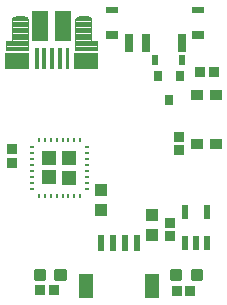
<source format=gtp>
G75*
%MOIN*%
%OFA0B0*%
%FSLAX25Y25*%
%IPPOS*%
%LPD*%
%AMOC8*
5,1,8,0,0,1.08239X$1,22.5*
%
%ADD10R,0.04724X0.07874*%
%ADD11R,0.02362X0.05315*%
%ADD12R,0.07874X0.05748*%
%ADD13R,0.05610X0.09843*%
%ADD14C,0.00400*%
%ADD15C,0.00197*%
%ADD16C,0.01181*%
%ADD17R,0.02165X0.04724*%
%ADD18R,0.03346X0.03543*%
%ADD19R,0.02756X0.05906*%
%ADD20R,0.03937X0.02362*%
%ADD21R,0.03937X0.03150*%
%ADD22R,0.03543X0.03346*%
%ADD23R,0.03937X0.04331*%
%ADD24R,0.03937X0.03543*%
%ADD25R,0.02480X0.03268*%
%ADD26R,0.03150X0.03543*%
%ADD27R,0.00984X0.01575*%
%ADD28R,0.01575X0.00984*%
%ADD29R,0.04500X0.04500*%
D10*
X0162310Y0057865D03*
X0184357Y0057865D03*
D11*
X0179239Y0072333D03*
X0175302Y0072333D03*
X0171365Y0072333D03*
X0167428Y0072333D03*
D12*
X0162251Y0132751D03*
X0139416Y0132751D03*
D13*
X0147044Y0144365D03*
X0154623Y0144365D03*
D14*
X0158690Y0144389D02*
X0164090Y0144389D01*
X0164090Y0143991D02*
X0158690Y0143991D01*
X0158690Y0143592D02*
X0164090Y0143592D01*
X0164090Y0143194D02*
X0158690Y0143194D01*
X0158690Y0142795D02*
X0164090Y0142795D01*
X0164090Y0142397D02*
X0158690Y0142397D01*
X0158690Y0141998D02*
X0164090Y0141998D01*
X0164090Y0141600D02*
X0158690Y0141600D01*
X0158690Y0141201D02*
X0164090Y0141201D01*
X0164090Y0140803D02*
X0158690Y0140803D01*
X0158690Y0140404D02*
X0164090Y0140404D01*
X0164090Y0140006D02*
X0158690Y0140006D01*
X0158690Y0139607D02*
X0164090Y0139607D01*
X0164090Y0139593D02*
X0164098Y0139555D01*
X0164119Y0139522D01*
X0164152Y0139501D01*
X0164190Y0139493D01*
X0166090Y0139493D01*
X0166090Y0136393D01*
X0158690Y0136393D01*
X0158690Y0146393D01*
X0158723Y0146682D01*
X0158819Y0146957D01*
X0158974Y0147204D01*
X0159180Y0147410D01*
X0159426Y0147564D01*
X0159701Y0147661D01*
X0159990Y0147693D01*
X0162890Y0147693D01*
X0163157Y0147663D01*
X0163411Y0147574D01*
X0163638Y0147431D01*
X0163828Y0147241D01*
X0163971Y0147014D01*
X0164060Y0146760D01*
X0164090Y0146493D01*
X0164090Y0139593D01*
X0166090Y0139209D02*
X0158690Y0139209D01*
X0158690Y0138810D02*
X0166090Y0138810D01*
X0166090Y0138412D02*
X0158690Y0138412D01*
X0158690Y0138013D02*
X0166090Y0138013D01*
X0166090Y0137615D02*
X0158690Y0137615D01*
X0158690Y0137216D02*
X0166090Y0137216D01*
X0166090Y0136818D02*
X0158690Y0136818D01*
X0158690Y0136419D02*
X0166090Y0136419D01*
X0164090Y0144788D02*
X0158690Y0144788D01*
X0158690Y0145186D02*
X0164090Y0145186D01*
X0164090Y0145585D02*
X0158690Y0145585D01*
X0158690Y0145983D02*
X0164090Y0145983D01*
X0164090Y0146382D02*
X0158690Y0146382D01*
X0158757Y0146781D02*
X0164053Y0146781D01*
X0163868Y0147179D02*
X0158958Y0147179D01*
X0159464Y0147578D02*
X0163402Y0147578D01*
X0143027Y0146393D02*
X0142994Y0146682D01*
X0142898Y0146957D01*
X0142743Y0147204D01*
X0142538Y0147410D01*
X0142291Y0147564D01*
X0142016Y0147661D01*
X0141727Y0147693D01*
X0138827Y0147693D01*
X0138560Y0147663D01*
X0138306Y0147574D01*
X0138079Y0147431D01*
X0137889Y0147241D01*
X0137746Y0147014D01*
X0137657Y0146760D01*
X0137627Y0146493D01*
X0137627Y0139593D01*
X0137619Y0139555D01*
X0137598Y0139522D01*
X0137565Y0139501D01*
X0137527Y0139493D01*
X0135627Y0139493D01*
X0135627Y0136393D01*
X0143027Y0136393D01*
X0143027Y0146393D01*
X0143027Y0146382D02*
X0137627Y0146382D01*
X0137627Y0145983D02*
X0143027Y0145983D01*
X0143027Y0145585D02*
X0137627Y0145585D01*
X0137627Y0145186D02*
X0143027Y0145186D01*
X0143027Y0144788D02*
X0137627Y0144788D01*
X0137627Y0144389D02*
X0143027Y0144389D01*
X0143027Y0143991D02*
X0137627Y0143991D01*
X0137627Y0143592D02*
X0143027Y0143592D01*
X0143027Y0143194D02*
X0137627Y0143194D01*
X0137627Y0142795D02*
X0143027Y0142795D01*
X0143027Y0142397D02*
X0137627Y0142397D01*
X0137627Y0141998D02*
X0143027Y0141998D01*
X0143027Y0141600D02*
X0137627Y0141600D01*
X0137627Y0141201D02*
X0143027Y0141201D01*
X0143027Y0140803D02*
X0137627Y0140803D01*
X0137627Y0140404D02*
X0143027Y0140404D01*
X0143027Y0140006D02*
X0137627Y0140006D01*
X0137627Y0139607D02*
X0143027Y0139607D01*
X0143027Y0139209D02*
X0135627Y0139209D01*
X0135627Y0138810D02*
X0143027Y0138810D01*
X0143027Y0138412D02*
X0135627Y0138412D01*
X0135627Y0138013D02*
X0143027Y0138013D01*
X0143027Y0137615D02*
X0135627Y0137615D01*
X0135627Y0137216D02*
X0143027Y0137216D01*
X0143027Y0136818D02*
X0135627Y0136818D01*
X0135627Y0136419D02*
X0143027Y0136419D01*
X0142960Y0146781D02*
X0137664Y0146781D01*
X0137850Y0147179D02*
X0142759Y0147179D01*
X0142254Y0147578D02*
X0138316Y0147578D01*
D15*
X0145223Y0137006D02*
X0146207Y0137006D01*
X0146207Y0130609D01*
X0145223Y0130609D01*
X0145223Y0137006D01*
X0145223Y0136925D02*
X0146207Y0136925D01*
X0146207Y0136730D02*
X0145223Y0136730D01*
X0145223Y0136534D02*
X0146207Y0136534D01*
X0146207Y0136339D02*
X0145223Y0136339D01*
X0145223Y0136144D02*
X0146207Y0136144D01*
X0146207Y0135948D02*
X0145223Y0135948D01*
X0145223Y0135753D02*
X0146207Y0135753D01*
X0146207Y0135557D02*
X0145223Y0135557D01*
X0145223Y0135362D02*
X0146207Y0135362D01*
X0146207Y0135167D02*
X0145223Y0135167D01*
X0145223Y0134971D02*
X0146207Y0134971D01*
X0146207Y0134776D02*
X0145223Y0134776D01*
X0145223Y0134581D02*
X0146207Y0134581D01*
X0146207Y0134385D02*
X0145223Y0134385D01*
X0145223Y0134190D02*
X0146207Y0134190D01*
X0146207Y0133995D02*
X0145223Y0133995D01*
X0145223Y0133799D02*
X0146207Y0133799D01*
X0146207Y0133604D02*
X0145223Y0133604D01*
X0145223Y0133408D02*
X0146207Y0133408D01*
X0146207Y0133213D02*
X0145223Y0133213D01*
X0145223Y0133018D02*
X0146207Y0133018D01*
X0146207Y0132822D02*
X0145223Y0132822D01*
X0145223Y0132627D02*
X0146207Y0132627D01*
X0146207Y0132432D02*
X0145223Y0132432D01*
X0145223Y0132236D02*
X0146207Y0132236D01*
X0146207Y0132041D02*
X0145223Y0132041D01*
X0145223Y0131846D02*
X0146207Y0131846D01*
X0146207Y0131650D02*
X0145223Y0131650D01*
X0145223Y0131455D02*
X0146207Y0131455D01*
X0146207Y0131259D02*
X0145223Y0131259D01*
X0145223Y0131064D02*
X0146207Y0131064D01*
X0146207Y0130869D02*
X0145223Y0130869D01*
X0145223Y0130673D02*
X0146207Y0130673D01*
X0147782Y0130673D02*
X0148766Y0130673D01*
X0148766Y0130609D02*
X0148766Y0137006D01*
X0147782Y0137006D01*
X0147782Y0130609D01*
X0148766Y0130609D01*
X0148766Y0130869D02*
X0147782Y0130869D01*
X0147782Y0131064D02*
X0148766Y0131064D01*
X0148766Y0131259D02*
X0147782Y0131259D01*
X0147782Y0131455D02*
X0148766Y0131455D01*
X0148766Y0131650D02*
X0147782Y0131650D01*
X0147782Y0131846D02*
X0148766Y0131846D01*
X0148766Y0132041D02*
X0147782Y0132041D01*
X0147782Y0132236D02*
X0148766Y0132236D01*
X0148766Y0132432D02*
X0147782Y0132432D01*
X0147782Y0132627D02*
X0148766Y0132627D01*
X0148766Y0132822D02*
X0147782Y0132822D01*
X0147782Y0133018D02*
X0148766Y0133018D01*
X0148766Y0133213D02*
X0147782Y0133213D01*
X0147782Y0133408D02*
X0148766Y0133408D01*
X0148766Y0133604D02*
X0147782Y0133604D01*
X0147782Y0133799D02*
X0148766Y0133799D01*
X0148766Y0133995D02*
X0147782Y0133995D01*
X0147782Y0134190D02*
X0148766Y0134190D01*
X0148766Y0134385D02*
X0147782Y0134385D01*
X0147782Y0134581D02*
X0148766Y0134581D01*
X0148766Y0134776D02*
X0147782Y0134776D01*
X0147782Y0134971D02*
X0148766Y0134971D01*
X0148766Y0135167D02*
X0147782Y0135167D01*
X0147782Y0135362D02*
X0148766Y0135362D01*
X0148766Y0135557D02*
X0147782Y0135557D01*
X0147782Y0135753D02*
X0148766Y0135753D01*
X0148766Y0135948D02*
X0147782Y0135948D01*
X0147782Y0136144D02*
X0148766Y0136144D01*
X0148766Y0136339D02*
X0147782Y0136339D01*
X0147782Y0136534D02*
X0148766Y0136534D01*
X0148766Y0136730D02*
X0147782Y0136730D01*
X0147782Y0136925D02*
X0148766Y0136925D01*
X0150341Y0136925D02*
X0151325Y0136925D01*
X0151325Y0137006D02*
X0151325Y0130609D01*
X0150341Y0130609D01*
X0150341Y0137006D01*
X0151325Y0137006D01*
X0151325Y0136730D02*
X0150341Y0136730D01*
X0150341Y0136534D02*
X0151325Y0136534D01*
X0151325Y0136339D02*
X0150341Y0136339D01*
X0150341Y0136144D02*
X0151325Y0136144D01*
X0151325Y0135948D02*
X0150341Y0135948D01*
X0150341Y0135753D02*
X0151325Y0135753D01*
X0151325Y0135557D02*
X0150341Y0135557D01*
X0150341Y0135362D02*
X0151325Y0135362D01*
X0151325Y0135167D02*
X0150341Y0135167D01*
X0150341Y0134971D02*
X0151325Y0134971D01*
X0151325Y0134776D02*
X0150341Y0134776D01*
X0150341Y0134581D02*
X0151325Y0134581D01*
X0151325Y0134385D02*
X0150341Y0134385D01*
X0150341Y0134190D02*
X0151325Y0134190D01*
X0151325Y0133995D02*
X0150341Y0133995D01*
X0150341Y0133799D02*
X0151325Y0133799D01*
X0151325Y0133604D02*
X0150341Y0133604D01*
X0150341Y0133408D02*
X0151325Y0133408D01*
X0151325Y0133213D02*
X0150341Y0133213D01*
X0150341Y0133018D02*
X0151325Y0133018D01*
X0151325Y0132822D02*
X0150341Y0132822D01*
X0150341Y0132627D02*
X0151325Y0132627D01*
X0151325Y0132432D02*
X0150341Y0132432D01*
X0150341Y0132236D02*
X0151325Y0132236D01*
X0151325Y0132041D02*
X0150341Y0132041D01*
X0150341Y0131846D02*
X0151325Y0131846D01*
X0151325Y0131650D02*
X0150341Y0131650D01*
X0150341Y0131455D02*
X0151325Y0131455D01*
X0151325Y0131259D02*
X0150341Y0131259D01*
X0150341Y0131064D02*
X0151325Y0131064D01*
X0151325Y0130869D02*
X0150341Y0130869D01*
X0150341Y0130673D02*
X0151325Y0130673D01*
X0152900Y0130673D02*
X0153885Y0130673D01*
X0153885Y0130609D02*
X0153885Y0137006D01*
X0152900Y0137006D01*
X0152900Y0130609D01*
X0153885Y0130609D01*
X0153885Y0130869D02*
X0152900Y0130869D01*
X0152900Y0131064D02*
X0153885Y0131064D01*
X0153885Y0131259D02*
X0152900Y0131259D01*
X0152900Y0131455D02*
X0153885Y0131455D01*
X0153885Y0131650D02*
X0152900Y0131650D01*
X0152900Y0131846D02*
X0153885Y0131846D01*
X0153885Y0132041D02*
X0152900Y0132041D01*
X0152900Y0132236D02*
X0153885Y0132236D01*
X0153885Y0132432D02*
X0152900Y0132432D01*
X0152900Y0132627D02*
X0153885Y0132627D01*
X0153885Y0132822D02*
X0152900Y0132822D01*
X0152900Y0133018D02*
X0153885Y0133018D01*
X0153885Y0133213D02*
X0152900Y0133213D01*
X0152900Y0133408D02*
X0153885Y0133408D01*
X0153885Y0133604D02*
X0152900Y0133604D01*
X0152900Y0133799D02*
X0153885Y0133799D01*
X0153885Y0133995D02*
X0152900Y0133995D01*
X0152900Y0134190D02*
X0153885Y0134190D01*
X0153885Y0134385D02*
X0152900Y0134385D01*
X0152900Y0134581D02*
X0153885Y0134581D01*
X0153885Y0134776D02*
X0152900Y0134776D01*
X0152900Y0134971D02*
X0153885Y0134971D01*
X0153885Y0135167D02*
X0152900Y0135167D01*
X0152900Y0135362D02*
X0153885Y0135362D01*
X0153885Y0135557D02*
X0152900Y0135557D01*
X0152900Y0135753D02*
X0153885Y0135753D01*
X0153885Y0135948D02*
X0152900Y0135948D01*
X0152900Y0136144D02*
X0153885Y0136144D01*
X0153885Y0136339D02*
X0152900Y0136339D01*
X0152900Y0136534D02*
X0153885Y0136534D01*
X0153885Y0136730D02*
X0152900Y0136730D01*
X0152900Y0136925D02*
X0153885Y0136925D01*
X0155459Y0136925D02*
X0156444Y0136925D01*
X0156444Y0137006D02*
X0156444Y0130609D01*
X0155459Y0130609D01*
X0155459Y0137006D01*
X0156444Y0137006D01*
X0156444Y0136730D02*
X0155459Y0136730D01*
X0155459Y0136534D02*
X0156444Y0136534D01*
X0156444Y0136339D02*
X0155459Y0136339D01*
X0155459Y0136144D02*
X0156444Y0136144D01*
X0156444Y0135948D02*
X0155459Y0135948D01*
X0155459Y0135753D02*
X0156444Y0135753D01*
X0156444Y0135557D02*
X0155459Y0135557D01*
X0155459Y0135362D02*
X0156444Y0135362D01*
X0156444Y0135167D02*
X0155459Y0135167D01*
X0155459Y0134971D02*
X0156444Y0134971D01*
X0156444Y0134776D02*
X0155459Y0134776D01*
X0155459Y0134581D02*
X0156444Y0134581D01*
X0156444Y0134385D02*
X0155459Y0134385D01*
X0155459Y0134190D02*
X0156444Y0134190D01*
X0156444Y0133995D02*
X0155459Y0133995D01*
X0155459Y0133799D02*
X0156444Y0133799D01*
X0156444Y0133604D02*
X0155459Y0133604D01*
X0155459Y0133408D02*
X0156444Y0133408D01*
X0156444Y0133213D02*
X0155459Y0133213D01*
X0155459Y0133018D02*
X0156444Y0133018D01*
X0156444Y0132822D02*
X0155459Y0132822D01*
X0155459Y0132627D02*
X0156444Y0132627D01*
X0156444Y0132432D02*
X0155459Y0132432D01*
X0155459Y0132236D02*
X0156444Y0132236D01*
X0156444Y0132041D02*
X0155459Y0132041D01*
X0155459Y0131846D02*
X0156444Y0131846D01*
X0156444Y0131650D02*
X0155459Y0131650D01*
X0155459Y0131455D02*
X0156444Y0131455D01*
X0156444Y0131259D02*
X0155459Y0131259D01*
X0155459Y0131064D02*
X0156444Y0131064D01*
X0156444Y0130869D02*
X0155459Y0130869D01*
X0155459Y0130673D02*
X0156444Y0130673D01*
D16*
X0152408Y0062811D02*
X0152408Y0060055D01*
X0152408Y0062811D02*
X0155164Y0062811D01*
X0155164Y0060055D01*
X0152408Y0060055D01*
X0152408Y0061177D02*
X0155164Y0061177D01*
X0155164Y0062299D02*
X0152408Y0062299D01*
X0145503Y0062811D02*
X0145503Y0060055D01*
X0145503Y0062811D02*
X0148259Y0062811D01*
X0148259Y0060055D01*
X0145503Y0060055D01*
X0145503Y0061177D02*
X0148259Y0061177D01*
X0148259Y0062299D02*
X0145503Y0062299D01*
X0191003Y0062811D02*
X0191003Y0060055D01*
X0191003Y0062811D02*
X0193759Y0062811D01*
X0193759Y0060055D01*
X0191003Y0060055D01*
X0191003Y0061177D02*
X0193759Y0061177D01*
X0193759Y0062299D02*
X0191003Y0062299D01*
X0197908Y0062811D02*
X0197908Y0060055D01*
X0197908Y0062811D02*
X0200664Y0062811D01*
X0200664Y0060055D01*
X0197908Y0060055D01*
X0197908Y0061177D02*
X0200664Y0061177D01*
X0200664Y0062299D02*
X0197908Y0062299D01*
D17*
X0199033Y0072315D03*
X0195293Y0072315D03*
X0202773Y0072315D03*
X0202773Y0082552D03*
X0195293Y0082552D03*
D18*
X0147050Y0056433D03*
X0151617Y0056433D03*
X0192550Y0056133D03*
X0197117Y0056133D03*
X0200300Y0129083D03*
X0204867Y0129083D03*
D19*
X0194192Y0138844D03*
X0182381Y0138844D03*
X0176475Y0138844D03*
D20*
X0170963Y0149670D03*
X0199703Y0149670D03*
D21*
X0199703Y0141403D03*
X0170963Y0141403D03*
D22*
X0193333Y0107617D03*
X0193333Y0103050D03*
X0190233Y0078917D03*
X0190233Y0074350D03*
X0137613Y0098820D03*
X0137613Y0103387D03*
D23*
X0167433Y0089880D03*
X0167433Y0083187D03*
X0184333Y0081580D03*
X0184333Y0074887D03*
D24*
X0199184Y0105262D03*
X0205483Y0105262D03*
X0205483Y0121404D03*
X0199184Y0121404D03*
D25*
X0194261Y0133133D03*
X0185206Y0133133D03*
D26*
X0186193Y0127970D03*
X0193673Y0127970D03*
X0189933Y0119703D03*
D27*
X0160381Y0106428D03*
X0158412Y0106428D03*
X0156444Y0106428D03*
X0154475Y0106428D03*
X0152507Y0106428D03*
X0150538Y0106428D03*
X0148570Y0106428D03*
X0146601Y0106428D03*
X0146601Y0087924D03*
X0148570Y0087924D03*
X0150538Y0087924D03*
X0152507Y0087924D03*
X0154475Y0087924D03*
X0156444Y0087924D03*
X0158412Y0087924D03*
X0160381Y0087924D03*
D28*
X0162743Y0090286D03*
X0162743Y0092255D03*
X0162743Y0094223D03*
X0162743Y0096192D03*
X0162743Y0098160D03*
X0162743Y0100129D03*
X0162743Y0102097D03*
X0162743Y0104066D03*
X0144239Y0104066D03*
X0144239Y0102097D03*
X0144239Y0100129D03*
X0144239Y0098160D03*
X0144239Y0096192D03*
X0144239Y0094223D03*
X0144239Y0092255D03*
X0144239Y0090286D03*
D29*
X0150005Y0094016D03*
X0156674Y0093977D03*
X0156674Y0100347D03*
X0149965Y0100386D03*
M02*

</source>
